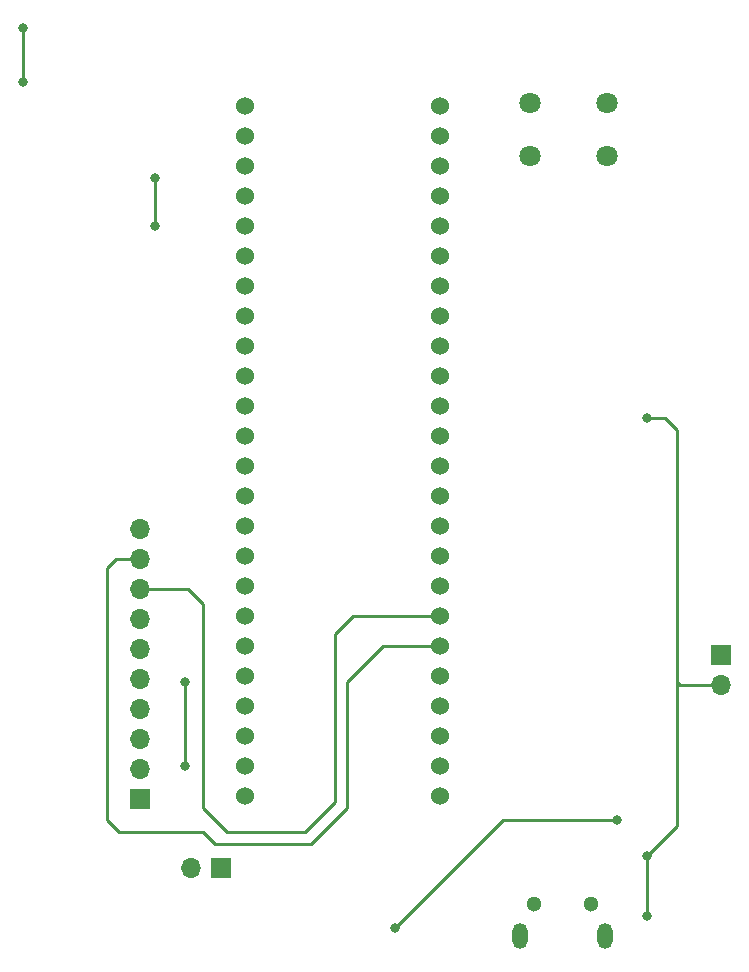
<source format=gbr>
%TF.GenerationSoftware,KiCad,Pcbnew,(7.0.0)*%
%TF.CreationDate,2023-03-21T11:28:41+02:00*%
%TF.ProjectId,EEE3088_design_project,45454533-3038-4385-9f64-657369676e5f,1.0*%
%TF.SameCoordinates,Original*%
%TF.FileFunction,Copper,L2,Bot*%
%TF.FilePolarity,Positive*%
%FSLAX46Y46*%
G04 Gerber Fmt 4.6, Leading zero omitted, Abs format (unit mm)*
G04 Created by KiCad (PCBNEW (7.0.0)) date 2023-03-21 11:28:41*
%MOMM*%
%LPD*%
G01*
G04 APERTURE LIST*
%TA.AperFunction,ComponentPad*%
%ADD10R,1.700000X1.700000*%
%TD*%
%TA.AperFunction,ComponentPad*%
%ADD11O,1.700000X1.700000*%
%TD*%
%TA.AperFunction,ComponentPad*%
%ADD12C,1.800000*%
%TD*%
%TA.AperFunction,ComponentPad*%
%ADD13C,1.300000*%
%TD*%
%TA.AperFunction,ComponentPad*%
%ADD14O,1.300000X2.200000*%
%TD*%
%TA.AperFunction,ComponentPad*%
%ADD15C,1.524000*%
%TD*%
%TA.AperFunction,ViaPad*%
%ADD16C,0.800000*%
%TD*%
%TA.AperFunction,Conductor*%
%ADD17C,0.250000*%
%TD*%
G04 APERTURE END LIST*
D10*
%TO.P,J3,1,Pin_1*%
%TO.N,GND*%
X136651999Y-148335999D03*
D11*
%TO.P,J3,2,Pin_2*%
%TO.N,+5V*%
X134111999Y-148335999D03*
%TD*%
D12*
%TO.P,S1,1,1*%
%TO.N,unconnected-(S1-Pad1)*%
X162866064Y-83602064D03*
%TO.P,S1,2,2*%
%TO.N,GND*%
X169365936Y-83602064D03*
%TO.P,S1,3,3*%
%TO.N,unconnected-(S1-Pad3)*%
X162866064Y-88101936D03*
%TO.P,S1,4,4*%
%TO.N,/Microcontroller Interface/NRST*%
X169365936Y-88101936D03*
%TD*%
D10*
%TO.P,J1,1,Pin_1*%
%TO.N,/Power managment/POS_terminal*%
X179012999Y-130296999D03*
D11*
%TO.P,J1,2,Pin_2*%
%TO.N,Vout3*%
X179012999Y-132836999D03*
%TD*%
D13*
%TO.P,USB1,6,SH1*%
%TO.N,unconnected-(USB1-SH1-Pad6)*%
X168032943Y-151424446D03*
D14*
%TO.P,USB1,7,SH2*%
%TO.N,unconnected-(USB1-SH2-Pad7)*%
X169207948Y-154094498D03*
%TO.P,USB1,8,SH3*%
%TO.N,unconnected-(USB1-SH3-Pad8)*%
X162008050Y-154094498D03*
D13*
%TO.P,USB1,9,SH4*%
%TO.N,unconnected-(USB1-SH4-Pad9)*%
X163183057Y-151424446D03*
%TD*%
D10*
%TO.P,J2,1,Pin_1*%
%TO.N,+5V*%
X129850999Y-142488999D03*
D11*
%TO.P,J2,2,Pin_2*%
%TO.N,Analog temp sensor*%
X129850999Y-139948999D03*
%TO.P,J2,3,Pin_3*%
%TO.N,Temp_Sensor_SDA*%
X129850999Y-137408999D03*
%TO.P,J2,4,Pin_4*%
%TO.N,Temp_Sensor_SLC*%
X129850999Y-134868999D03*
%TO.P,J2,5,Pin_5*%
%TO.N,unconnected-(J2-Pin_5-Pad5)*%
X129850999Y-132328999D03*
%TO.P,J2,6,Pin_6*%
%TO.N,unconnected-(J2-Pin_6-Pad6)*%
X129850999Y-129788999D03*
%TO.P,J2,7,Pin_7*%
%TO.N,/Microcontroller Interface/Plug_Detect*%
X129850999Y-127248999D03*
%TO.P,J2,8,Pin_8*%
%TO.N,/Microcontroller Interface/TX*%
X129850999Y-124708999D03*
%TO.P,J2,9,Pin_9*%
%TO.N,/Microcontroller Interface/RX*%
X129850999Y-122168999D03*
%TO.P,J2,10,Pin_10*%
%TO.N,GND*%
X129850999Y-119628999D03*
%TD*%
D15*
%TO.P,J7,1,Pin_1*%
%TO.N,unconnected-(J7-Pin_1-Pad1)*%
X138684000Y-83820000D03*
%TO.P,J7,2,Pin_2*%
%TO.N,unconnected-(J7-Pin_2-Pad2)*%
X138684000Y-86360000D03*
%TO.P,J7,3,Pin_3*%
%TO.N,unconnected-(J7-Pin_3-Pad3)*%
X138684000Y-88900000D03*
%TO.P,J7,4,Pin_4*%
%TO.N,unconnected-(J7-Pin_4-Pad4)*%
X138684000Y-91440000D03*
%TO.P,J7,5,Pin_5*%
%TO.N,Net-(J7-Pin_5)*%
X138684000Y-93980000D03*
%TO.P,J7,6,Pin_6*%
%TO.N,Net-(J7-Pin_6)*%
X138684000Y-96520000D03*
%TO.P,J7,7,Pin_7*%
%TO.N,/Microcontroller Interface/NRST*%
X138684000Y-99060000D03*
%TO.P,J7,8,Pin_8*%
%TO.N,GND*%
X138684000Y-101600000D03*
%TO.P,J7,9,Pin_9*%
%TO.N,Vout3*%
X138684000Y-104140000D03*
%TO.P,J7,10,Pin_10*%
%TO.N,PA0*%
X138684000Y-106680000D03*
%TO.P,J7,11,Pin_11*%
%TO.N,PA1*%
X138684000Y-109220000D03*
%TO.P,J7,12,Pin_12*%
%TO.N,PA2*%
X138684000Y-111760000D03*
%TO.P,J7,13,Pin_13*%
%TO.N,PA3*%
X138684000Y-114300000D03*
%TO.P,J7,14,Pin_14*%
%TO.N,PA4*%
X138684000Y-116840000D03*
%TO.P,J7,15,Pin_15*%
%TO.N,PA5*%
X138684000Y-119380000D03*
%TO.P,J7,16,Pin_16*%
%TO.N,PA6*%
X138684000Y-121920000D03*
%TO.P,J7,17,Pin_17*%
%TO.N,unconnected-(J7-Pin_17-Pad17)*%
X138684000Y-124460000D03*
%TO.P,J7,18,Pin_18*%
%TO.N,Analog temp sensor*%
X138684000Y-127000000D03*
%TO.P,J7,19,Pin_19*%
%TO.N,PB1*%
X138684000Y-129540000D03*
%TO.P,J7,20,Pin_20*%
%TO.N,PB2*%
X138684000Y-132080000D03*
%TO.P,J7,21,Pin_21*%
%TO.N,Temp_Sensor_SLC*%
X138684000Y-134620000D03*
%TO.P,J7,22,Pin_22*%
%TO.N,Temp_Sensor_SDA*%
X138684000Y-137160000D03*
%TO.P,J7,23,Pin_23*%
%TO.N,GND*%
X138684000Y-139700000D03*
%TO.P,J7,24,Pin_24*%
%TO.N,Vout3*%
X138684000Y-142240000D03*
%TO.P,J7,25,Pin_25*%
%TO.N,PB12*%
X155194000Y-142240000D03*
%TO.P,J7,26,Pin_26*%
%TO.N,PB13*%
X155194000Y-139700000D03*
%TO.P,J7,27,Pin_27*%
%TO.N,PB14*%
X155194000Y-137160000D03*
%TO.P,J7,28,Pin_28*%
%TO.N,PB15*%
X155194000Y-134620000D03*
%TO.P,J7,29,Pin_29*%
%TO.N,PA8*%
X155194000Y-132080000D03*
%TO.P,J7,30,Pin_30*%
%TO.N,/Microcontroller Interface/RX*%
X155194000Y-129540000D03*
%TO.P,J7,31,Pin_31*%
%TO.N,/Microcontroller Interface/TX*%
X155194000Y-127000000D03*
%TO.P,J7,32,Pin_32*%
%TO.N,PA11*%
X155194000Y-124460000D03*
%TO.P,J7,33,Pin_33*%
%TO.N,PA12*%
X155194000Y-121920000D03*
%TO.P,J7,34,Pin_34*%
%TO.N,PA13*%
X155194000Y-119380000D03*
%TO.P,J7,35,Pin_35*%
%TO.N,/Microcontroller Interface/Eprom_SLC*%
X155194000Y-116840000D03*
%TO.P,J7,36,Pin_36*%
%TO.N,/Microcontroller Interface/Eprom_SDA*%
X155194000Y-114300000D03*
%TO.P,J7,37,Pin_37*%
%TO.N,PA14*%
X155194000Y-111760000D03*
%TO.P,J7,38,Pin_38*%
%TO.N,PA15*%
X155194000Y-109220000D03*
%TO.P,J7,39,Pin_39*%
%TO.N,PB3*%
X155194000Y-106680000D03*
%TO.P,J7,40,Pin_40*%
%TO.N,PB4*%
X155194000Y-104140000D03*
%TO.P,J7,41,Pin_41*%
%TO.N,PB5*%
X155194000Y-101600000D03*
%TO.P,J7,42,Pin_42*%
%TO.N,PB6*%
X155194000Y-99060000D03*
%TO.P,J7,43,Pin_43*%
%TO.N,PB7*%
X155194000Y-96520000D03*
%TO.P,J7,44,Pin_44*%
%TO.N,unconnected-(J7-Pin_44-Pad44)*%
X155194000Y-93980000D03*
%TO.P,J7,45,Pin_45*%
%TO.N,PB8*%
X155194000Y-91440000D03*
%TO.P,J7,46,Pin_46*%
%TO.N,PB9*%
X155194000Y-88900000D03*
%TO.P,J7,47,Pin_47*%
%TO.N,GND*%
X155194000Y-86360000D03*
%TO.P,J7,48,Pin_48*%
%TO.N,Vout3*%
X155194000Y-83820000D03*
%TD*%
D16*
%TO.N,Analog temp sensor*%
X133604000Y-132588000D03*
X133604000Y-139700000D03*
%TO.N,/Power managment/POS_terminal*%
X170180000Y-144272000D03*
X151384000Y-153416000D03*
%TO.N,Net-(BT1--)*%
X119888000Y-77216000D03*
X119888000Y-81788000D03*
%TO.N,Vout3*%
X172720000Y-152400000D03*
X172720000Y-147320000D03*
X172720000Y-110236000D03*
%TO.N,Net-(J7-Pin_5)*%
X131064000Y-93980000D03*
X131064000Y-89916000D03*
%TD*%
D17*
%TO.N,Analog temp sensor*%
X133604000Y-139700000D02*
X133604000Y-132588000D01*
%TO.N,/Microcontroller Interface/TX*%
X147828000Y-127000000D02*
X154940000Y-127000000D01*
X129851000Y-124709000D02*
X133853000Y-124709000D01*
X135128000Y-125984000D02*
X135128000Y-143256000D01*
X133853000Y-124709000D02*
X135128000Y-125984000D01*
X146304000Y-128524000D02*
X147828000Y-127000000D01*
X146304000Y-142748000D02*
X146304000Y-128524000D01*
X135128000Y-143256000D02*
X137160000Y-145288000D01*
X137160000Y-145288000D02*
X143764000Y-145288000D01*
X143764000Y-145288000D02*
X146304000Y-142748000D01*
%TO.N,/Microcontroller Interface/RX*%
X150368000Y-129540000D02*
X154940000Y-129540000D01*
X136144000Y-146304000D02*
X144272000Y-146304000D01*
X127000000Y-122936000D02*
X127000000Y-144272000D01*
X129851000Y-122169000D02*
X127767000Y-122169000D01*
X128016000Y-145288000D02*
X135128000Y-145288000D01*
X147320000Y-132588000D02*
X150368000Y-129540000D01*
X135128000Y-145288000D02*
X136144000Y-146304000D01*
X127767000Y-122169000D02*
X127000000Y-122936000D01*
X144272000Y-146304000D02*
X147320000Y-143256000D01*
X147320000Y-143256000D02*
X147320000Y-132588000D01*
X127000000Y-144272000D02*
X128016000Y-145288000D01*
%TO.N,/Power managment/POS_terminal*%
X160528000Y-144272000D02*
X170180000Y-144272000D01*
X151384000Y-153416000D02*
X160528000Y-144272000D01*
%TO.N,Net-(BT1--)*%
X119888000Y-77216000D02*
X119888000Y-81788000D01*
%TO.N,Vout3*%
X175260000Y-144780000D02*
X175260000Y-132588000D01*
X174244000Y-110236000D02*
X172720000Y-110236000D01*
X175260000Y-111252000D02*
X174244000Y-110236000D01*
X175509000Y-132837000D02*
X175260000Y-132588000D01*
X179013000Y-132837000D02*
X175509000Y-132837000D01*
X172720000Y-147320000D02*
X175260000Y-144780000D01*
X175260000Y-132588000D02*
X175260000Y-111252000D01*
X172720000Y-147320000D02*
X172720000Y-152400000D01*
%TO.N,Net-(J7-Pin_5)*%
X131064000Y-89916000D02*
X131064000Y-93980000D01*
%TD*%
M02*

</source>
